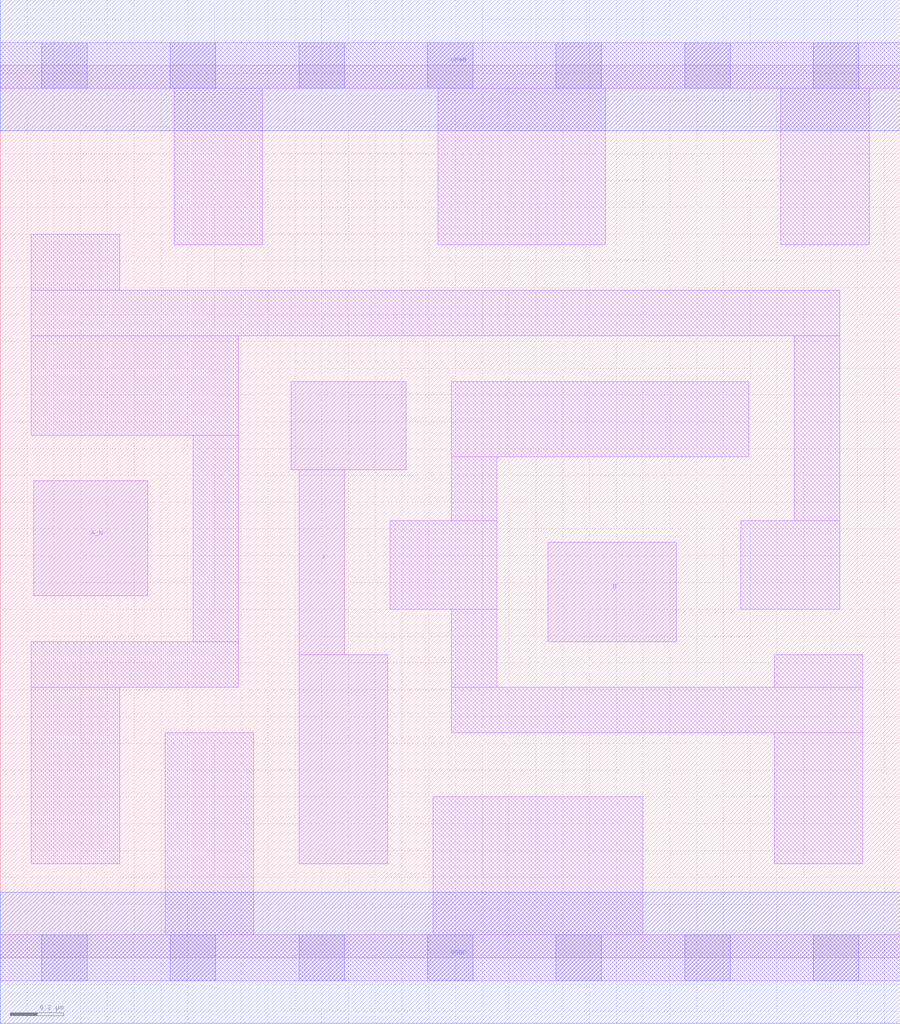
<source format=lef>
# Copyright 2020 The SkyWater PDK Authors
#
# Licensed under the Apache License, Version 2.0 (the "License");
# you may not use this file except in compliance with the License.
# You may obtain a copy of the License at
#
#     https://www.apache.org/licenses/LICENSE-2.0
#
# Unless required by applicable law or agreed to in writing, software
# distributed under the License is distributed on an "AS IS" BASIS,
# WITHOUT WARRANTIES OR CONDITIONS OF ANY KIND, either express or implied.
# See the License for the specific language governing permissions and
# limitations under the License.
#
# SPDX-License-Identifier: Apache-2.0

VERSION 5.7 ;
  NAMESCASESENSITIVE ON ;
  NOWIREEXTENSIONATPIN ON ;
  DIVIDERCHAR "/" ;
  BUSBITCHARS "[]" ;
UNITS
  DATABASE MICRONS 200 ;
END UNITS
MACRO sky130_fd_sc_ms__and2b_2
  CLASS CORE ;
  FOREIGN sky130_fd_sc_ms__and2b_2 ;
  ORIGIN  0.000000  0.000000 ;
  SIZE  3.360000 BY  3.330000 ;
  SYMMETRY X Y ;
  SITE unit ;
  PIN A_N
    ANTENNAGATEAREA  0.233700 ;
    DIRECTION INPUT ;
    USE SIGNAL ;
    PORT
      LAYER li1 ;
        RECT 0.125000 1.350000 0.550000 1.780000 ;
    END
  END A_N
  PIN B
    ANTENNAGATEAREA  0.291000 ;
    DIRECTION INPUT ;
    USE SIGNAL ;
    PORT
      LAYER li1 ;
        RECT 2.045000 1.180000 2.525000 1.550000 ;
    END
  END B
  PIN X
    ANTENNADIFFAREA  0.509600 ;
    DIRECTION OUTPUT ;
    USE SIGNAL ;
    PORT
      LAYER li1 ;
        RECT 1.085000 1.820000 1.515000 2.150000 ;
        RECT 1.115000 0.350000 1.445000 1.130000 ;
        RECT 1.115000 1.130000 1.285000 1.820000 ;
    END
  END X
  PIN VGND
    DIRECTION INOUT ;
    USE GROUND ;
    PORT
      LAYER met1 ;
        RECT 0.000000 -0.245000 3.360000 0.245000 ;
    END
  END VGND
  PIN VPWR
    DIRECTION INOUT ;
    USE POWER ;
    PORT
      LAYER met1 ;
        RECT 0.000000 3.085000 3.360000 3.575000 ;
    END
  END VPWR
  OBS
    LAYER li1 ;
      RECT 0.000000 -0.085000 3.360000 0.085000 ;
      RECT 0.000000  3.245000 3.360000 3.415000 ;
      RECT 0.115000  0.350000 0.445000 1.010000 ;
      RECT 0.115000  1.010000 0.890000 1.180000 ;
      RECT 0.115000  1.950000 0.890000 2.320000 ;
      RECT 0.115000  2.320000 3.135000 2.490000 ;
      RECT 0.115000  2.490000 0.445000 2.700000 ;
      RECT 0.615000  0.085000 0.945000 0.840000 ;
      RECT 0.650000  2.660000 0.980000 3.245000 ;
      RECT 0.720000  1.180000 0.890000 1.950000 ;
      RECT 1.455000  1.300000 1.855000 1.630000 ;
      RECT 1.615000  0.085000 2.400000 0.600000 ;
      RECT 1.635000  2.660000 2.260000 3.245000 ;
      RECT 1.685000  0.840000 3.220000 1.010000 ;
      RECT 1.685000  1.010000 1.855000 1.300000 ;
      RECT 1.685000  1.630000 1.855000 1.870000 ;
      RECT 1.685000  1.870000 2.795000 2.150000 ;
      RECT 2.765000  1.300000 3.135000 1.630000 ;
      RECT 2.890000  0.350000 3.220000 0.840000 ;
      RECT 2.890000  1.010000 3.220000 1.130000 ;
      RECT 2.915000  2.660000 3.245000 3.245000 ;
      RECT 2.965000  1.630000 3.135000 2.320000 ;
    LAYER mcon ;
      RECT 0.155000 -0.085000 0.325000 0.085000 ;
      RECT 0.155000  3.245000 0.325000 3.415000 ;
      RECT 0.635000 -0.085000 0.805000 0.085000 ;
      RECT 0.635000  3.245000 0.805000 3.415000 ;
      RECT 1.115000 -0.085000 1.285000 0.085000 ;
      RECT 1.115000  3.245000 1.285000 3.415000 ;
      RECT 1.595000 -0.085000 1.765000 0.085000 ;
      RECT 1.595000  3.245000 1.765000 3.415000 ;
      RECT 2.075000 -0.085000 2.245000 0.085000 ;
      RECT 2.075000  3.245000 2.245000 3.415000 ;
      RECT 2.555000 -0.085000 2.725000 0.085000 ;
      RECT 2.555000  3.245000 2.725000 3.415000 ;
      RECT 3.035000 -0.085000 3.205000 0.085000 ;
      RECT 3.035000  3.245000 3.205000 3.415000 ;
  END
END sky130_fd_sc_ms__and2b_2
END LIBRARY

</source>
